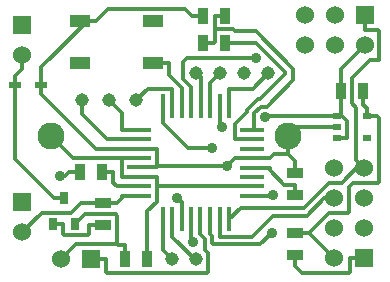
<source format=gtl>
G04 (created by PCBNEW (2011-nov-30)-testing) date Sun 23 Sep 2012 15:15:45 EDT*
%MOIN*%
G04 Gerber Fmt 3.4, Leading zero omitted, Abs format*
%FSLAX34Y34*%
G01*
G70*
G90*
G04 APERTURE LIST*
%ADD10C,0.006*%
%ADD11R,0.0709X0.0433*%
%ADD12R,0.0787X0.0177*%
%ADD13R,0.0177X0.0787*%
%ADD14R,0.035X0.055*%
%ADD15R,0.055X0.035*%
%ADD16R,0.06X0.06*%
%ADD17C,0.06*%
%ADD18C,0.09*%
%ADD19C,0.045*%
%ADD20R,0.03X0.02*%
%ADD21R,0.0315X0.0394*%
%ADD22R,0.0394X0.0236*%
%ADD23C,0.035*%
%ADD24C,0.012*%
G04 APERTURE END LIST*
G54D10*
G54D11*
X54653Y-38481D03*
X52213Y-37063D03*
X52213Y-38481D03*
X54653Y-37063D03*
G54D12*
X54204Y-42893D03*
X54204Y-42578D03*
X54204Y-42263D03*
X54204Y-41948D03*
X54204Y-41633D03*
X54204Y-41318D03*
X54204Y-41003D03*
X54204Y-40688D03*
X57970Y-40690D03*
X57970Y-42900D03*
X57970Y-42580D03*
X57970Y-42260D03*
X57970Y-41950D03*
X57970Y-41630D03*
X57970Y-41320D03*
X57970Y-41000D03*
G54D13*
X54988Y-39900D03*
X55302Y-39900D03*
X55618Y-39900D03*
X55932Y-39900D03*
X56248Y-39900D03*
X56562Y-39900D03*
X56878Y-39900D03*
X57192Y-39900D03*
X54990Y-43680D03*
X55300Y-43680D03*
X55620Y-43680D03*
X55930Y-43680D03*
X56240Y-43680D03*
X56560Y-43680D03*
X56880Y-43680D03*
X57200Y-43680D03*
G54D14*
X52225Y-42100D03*
X52975Y-42100D03*
X56325Y-37800D03*
X57075Y-37800D03*
G54D15*
X59400Y-42875D03*
X59400Y-42125D03*
G54D16*
X61709Y-44980D03*
G54D17*
X60709Y-44980D03*
X61709Y-43980D03*
X60709Y-43980D03*
X61709Y-42980D03*
X60709Y-42980D03*
X61709Y-41980D03*
X60709Y-41980D03*
G54D16*
X61717Y-36878D03*
G54D17*
X61717Y-37878D03*
X60717Y-36878D03*
X60717Y-37878D03*
X59717Y-36878D03*
X59717Y-37878D03*
G54D16*
X50300Y-43100D03*
G54D17*
X50300Y-44100D03*
G54D16*
X52600Y-45000D03*
G54D17*
X51600Y-45000D03*
G54D18*
X59150Y-40900D03*
X51276Y-40900D03*
G54D19*
X56100Y-45000D03*
X55300Y-45000D03*
X52300Y-39700D03*
X53200Y-39700D03*
X54100Y-39700D03*
X56100Y-38800D03*
X56900Y-38800D03*
X57700Y-38800D03*
X58500Y-38800D03*
G54D20*
X60800Y-40225D03*
X60800Y-40975D03*
X61800Y-40225D03*
X60800Y-40600D03*
X61800Y-40975D03*
G54D14*
X56325Y-36900D03*
X57075Y-36900D03*
G54D15*
X53000Y-43875D03*
X53000Y-43125D03*
X59400Y-44125D03*
X59400Y-44875D03*
G54D14*
X54475Y-45000D03*
X53725Y-45000D03*
G54D16*
X50300Y-37200D03*
G54D17*
X50300Y-38200D03*
G54D21*
X51700Y-42967D03*
X52075Y-43833D03*
X51325Y-43833D03*
G54D22*
X50067Y-39200D03*
X50933Y-39200D03*
G54D14*
X60925Y-39400D03*
X61675Y-39400D03*
G54D23*
X51573Y-42248D03*
X55458Y-42980D03*
X58396Y-40279D03*
X55978Y-44424D03*
X56625Y-41310D03*
X58088Y-38299D03*
X58664Y-42881D03*
X58612Y-44126D03*
X57117Y-41905D03*
X56947Y-40597D03*
G54D24*
X51719Y-42248D02*
X51867Y-42100D01*
X51573Y-42248D02*
X51719Y-42248D01*
X52225Y-42100D02*
X51867Y-42100D01*
X55620Y-43680D02*
X55620Y-43103D01*
X55581Y-43103D02*
X55620Y-43103D01*
X55458Y-42980D02*
X55581Y-43103D01*
X54204Y-42263D02*
X54781Y-42263D01*
X54204Y-42263D02*
X53628Y-42263D01*
X53628Y-41633D02*
X53628Y-42263D01*
X52009Y-41633D02*
X53628Y-41633D01*
X51276Y-40900D02*
X52009Y-41633D01*
X53628Y-41633D02*
X54204Y-41633D01*
X60925Y-38670D02*
X61717Y-37878D01*
X60925Y-39400D02*
X60925Y-38670D01*
X57970Y-42580D02*
X54781Y-42580D01*
X54781Y-43103D02*
X54781Y-42580D01*
X54475Y-43409D02*
X54781Y-43103D01*
X54475Y-45000D02*
X54475Y-43409D01*
X54781Y-42580D02*
X54781Y-42263D01*
X58450Y-40225D02*
X60800Y-40225D01*
X58396Y-40279D02*
X58450Y-40225D01*
X60800Y-40225D02*
X60967Y-40225D01*
X60925Y-40183D02*
X60925Y-39400D01*
X60967Y-40225D02*
X60925Y-40183D01*
X61133Y-40391D02*
X60967Y-40225D01*
X61133Y-40975D02*
X61133Y-40391D01*
X60800Y-40975D02*
X61133Y-40975D01*
X55930Y-44376D02*
X55930Y-43680D01*
X55978Y-44424D02*
X55930Y-44376D01*
X54988Y-39900D02*
X54988Y-40476D01*
X55822Y-41310D02*
X56625Y-41310D01*
X54988Y-40476D02*
X55822Y-41310D01*
X61717Y-36878D02*
X61717Y-37361D01*
X61437Y-41708D02*
X61569Y-41840D01*
X61437Y-39965D02*
X61437Y-41708D01*
X61284Y-39812D02*
X61437Y-39965D01*
X61284Y-38981D02*
X61284Y-39812D01*
X61903Y-38362D02*
X61284Y-38981D01*
X62182Y-38362D02*
X61903Y-38362D01*
X62200Y-38344D02*
X62182Y-38362D01*
X62200Y-37395D02*
X62200Y-38344D01*
X62166Y-37361D02*
X62200Y-37395D01*
X61717Y-37361D02*
X62166Y-37361D01*
X61569Y-41840D02*
X61709Y-41980D01*
X57581Y-43299D02*
X57200Y-43680D01*
X59685Y-43299D02*
X57581Y-43299D01*
X60520Y-42464D02*
X59685Y-43299D01*
X60945Y-42464D02*
X60520Y-42464D01*
X61569Y-41840D02*
X60945Y-42464D01*
X56880Y-43680D02*
X56880Y-44256D01*
X60374Y-42980D02*
X60709Y-42980D01*
X59797Y-43557D02*
X60374Y-42980D01*
X58658Y-43557D02*
X59797Y-43557D01*
X57959Y-44256D02*
X58658Y-43557D01*
X56880Y-44256D02*
X57959Y-44256D01*
X55791Y-38299D02*
X58088Y-38299D01*
X55665Y-38425D02*
X55791Y-38299D01*
X55665Y-38997D02*
X55665Y-38425D01*
X55932Y-39264D02*
X55665Y-38997D01*
X55932Y-39900D02*
X55932Y-39264D01*
X58566Y-42881D02*
X58547Y-42900D01*
X58664Y-42881D02*
X58566Y-42881D01*
X57970Y-42900D02*
X58547Y-42900D01*
X56560Y-44154D02*
X56560Y-43680D01*
X56636Y-44230D02*
X56560Y-44154D01*
X56636Y-44479D02*
X56636Y-44230D01*
X56670Y-44513D02*
X56636Y-44479D01*
X58225Y-44513D02*
X56670Y-44513D01*
X58612Y-44126D02*
X58225Y-44513D01*
X61675Y-39400D02*
X61675Y-39858D01*
X61800Y-39983D02*
X61675Y-39858D01*
X61800Y-40225D02*
X61800Y-39983D01*
X60519Y-43464D02*
X59858Y-44125D01*
X61175Y-43464D02*
X60519Y-43464D01*
X61193Y-43446D02*
X61175Y-43464D01*
X61193Y-42597D02*
X61193Y-43446D01*
X61310Y-42480D02*
X61193Y-42597D01*
X62166Y-42480D02*
X61310Y-42480D01*
X62200Y-42446D02*
X62166Y-42480D01*
X62200Y-40292D02*
X62200Y-42446D01*
X62133Y-40225D02*
X62200Y-40292D01*
X61800Y-40225D02*
X62133Y-40225D01*
X59857Y-44128D02*
X59857Y-44125D01*
X60709Y-44980D02*
X59857Y-44128D01*
X59400Y-44125D02*
X59857Y-44125D01*
X59857Y-44125D02*
X59858Y-44125D01*
X55731Y-36664D02*
X55967Y-36900D01*
X53149Y-36664D02*
X55731Y-36664D01*
X52750Y-37063D02*
X53149Y-36664D01*
X56325Y-36900D02*
X55967Y-36900D01*
X52084Y-44516D02*
X53459Y-44516D01*
X51600Y-45000D02*
X52084Y-44516D01*
X53485Y-44542D02*
X53725Y-44542D01*
X53459Y-44516D02*
X53485Y-44542D01*
X53725Y-45000D02*
X53725Y-44542D01*
X61709Y-44980D02*
X61226Y-44980D01*
X53459Y-43550D02*
X53459Y-44516D01*
X53425Y-43516D02*
X53459Y-43550D01*
X52392Y-43516D02*
X53425Y-43516D01*
X52075Y-43833D02*
X52392Y-43516D01*
X59630Y-45463D02*
X59400Y-45233D01*
X61192Y-45463D02*
X59630Y-45463D01*
X61226Y-45429D02*
X61192Y-45463D01*
X61226Y-44980D02*
X61226Y-45429D01*
X50933Y-39200D02*
X50933Y-39501D01*
X59400Y-42125D02*
X59400Y-41767D01*
X59150Y-41498D02*
X59150Y-40900D01*
X58679Y-41498D02*
X59150Y-41498D01*
X58547Y-41630D02*
X58679Y-41498D01*
X59400Y-41748D02*
X59400Y-41767D01*
X59150Y-41498D02*
X59400Y-41748D01*
X52213Y-37063D02*
X52482Y-37063D01*
X52482Y-37063D02*
X52750Y-37063D01*
X50934Y-38899D02*
X50933Y-38899D01*
X50934Y-38611D02*
X50934Y-38899D01*
X52482Y-37063D02*
X50934Y-38611D01*
X50933Y-39200D02*
X50933Y-38899D01*
X58259Y-41630D02*
X58547Y-41630D01*
X58259Y-41630D02*
X57970Y-41630D01*
X57970Y-41630D02*
X57394Y-41630D01*
X59400Y-44875D02*
X59400Y-45233D01*
X59450Y-40600D02*
X59150Y-40900D01*
X60800Y-40600D02*
X59450Y-40600D01*
X52750Y-41318D02*
X54204Y-41318D01*
X50933Y-39501D02*
X52750Y-41318D01*
X54204Y-41318D02*
X54781Y-41318D01*
X54204Y-41948D02*
X54781Y-41948D01*
X57119Y-41905D02*
X57117Y-41905D01*
X57394Y-41630D02*
X57119Y-41905D01*
X57117Y-41905D02*
X54781Y-41905D01*
X54781Y-41318D02*
X54781Y-41905D01*
X54781Y-41905D02*
X54781Y-41948D01*
X58547Y-42022D02*
X58547Y-41950D01*
X59042Y-42517D02*
X58547Y-42022D01*
X59400Y-42517D02*
X59042Y-42517D01*
X59400Y-42875D02*
X59400Y-42517D01*
X57970Y-41950D02*
X58547Y-41950D01*
X52600Y-45000D02*
X53083Y-45000D01*
X53083Y-45448D02*
X53083Y-45000D01*
X53117Y-45482D02*
X53083Y-45448D01*
X56475Y-45482D02*
X53117Y-45482D01*
X56509Y-45448D02*
X56475Y-45482D01*
X56509Y-44814D02*
X56509Y-45448D01*
X56393Y-44698D02*
X56509Y-44814D01*
X56393Y-44332D02*
X56393Y-44698D01*
X56240Y-44179D02*
X56393Y-44332D01*
X56240Y-43680D02*
X56240Y-44179D01*
X54477Y-39323D02*
X55302Y-39323D01*
X54100Y-39700D02*
X54477Y-39323D01*
X55302Y-39900D02*
X55302Y-39323D01*
X55300Y-43680D02*
X55300Y-44256D01*
X56044Y-45000D02*
X56100Y-45000D01*
X55300Y-44256D02*
X56044Y-45000D01*
X54990Y-44690D02*
X54990Y-43680D01*
X55300Y-45000D02*
X54990Y-44690D01*
X53628Y-42955D02*
X53628Y-42893D01*
X53458Y-43125D02*
X53628Y-42955D01*
X53000Y-43125D02*
X53458Y-43125D01*
X54204Y-42893D02*
X53628Y-42893D01*
X52256Y-43125D02*
X53000Y-43125D01*
X51929Y-43452D02*
X52256Y-43125D01*
X50948Y-43452D02*
X51929Y-43452D01*
X50300Y-44100D02*
X50948Y-43452D01*
X53453Y-42578D02*
X54204Y-42578D01*
X53333Y-42458D02*
X53453Y-42578D01*
X53333Y-42100D02*
X53333Y-42458D01*
X52975Y-42100D02*
X53333Y-42100D01*
X57075Y-36900D02*
X56717Y-36900D01*
X56325Y-37800D02*
X56683Y-37800D01*
X56717Y-36900D02*
X56717Y-37342D01*
X56717Y-37766D02*
X56683Y-37800D01*
X56717Y-37342D02*
X56717Y-37766D01*
X58038Y-40622D02*
X57970Y-40690D01*
X58038Y-40131D02*
X58038Y-40622D01*
X58248Y-39921D02*
X58038Y-40131D01*
X58449Y-39921D02*
X58248Y-39921D01*
X59321Y-39049D02*
X58449Y-39921D01*
X59321Y-38650D02*
X59321Y-39049D01*
X58081Y-37410D02*
X59321Y-38650D01*
X57394Y-37410D02*
X58081Y-37410D01*
X57326Y-37342D02*
X57394Y-37410D01*
X56717Y-37342D02*
X57326Y-37342D01*
X57977Y-39323D02*
X57192Y-39323D01*
X58500Y-38800D02*
X57977Y-39323D01*
X57192Y-39900D02*
X57192Y-39323D01*
X56878Y-40528D02*
X56878Y-39900D01*
X56947Y-40597D02*
X56878Y-40528D01*
X56562Y-39138D02*
X56562Y-39900D01*
X56900Y-38800D02*
X56562Y-39138D01*
X56248Y-38948D02*
X56248Y-39900D01*
X56100Y-38800D02*
X56248Y-38948D01*
X53628Y-40128D02*
X53628Y-40688D01*
X53200Y-39700D02*
X53628Y-40128D01*
X54204Y-40688D02*
X53628Y-40688D01*
X53138Y-41003D02*
X54204Y-41003D01*
X52300Y-40165D02*
X53138Y-41003D01*
X52300Y-39700D02*
X52300Y-40165D01*
X51700Y-42967D02*
X51360Y-42967D01*
X50067Y-41674D02*
X51360Y-42967D01*
X50067Y-39200D02*
X50067Y-41674D01*
X50300Y-38666D02*
X50300Y-38200D01*
X50067Y-38899D02*
X50300Y-38666D01*
X50067Y-39200D02*
X50067Y-38899D01*
X52542Y-44180D02*
X52542Y-43875D01*
X52508Y-44214D02*
X52542Y-44180D01*
X51706Y-44214D02*
X52508Y-44214D01*
X51666Y-44174D02*
X51706Y-44214D01*
X51666Y-43833D02*
X51666Y-44174D01*
X51325Y-43833D02*
X51666Y-43833D01*
X53000Y-43875D02*
X52542Y-43875D01*
X57970Y-41000D02*
X57394Y-41000D01*
X57075Y-37800D02*
X57433Y-37800D01*
X57394Y-40504D02*
X57394Y-41000D01*
X57795Y-40103D02*
X57394Y-40504D01*
X57795Y-40030D02*
X57795Y-40103D01*
X58147Y-39678D02*
X57795Y-40030D01*
X58220Y-39678D02*
X58147Y-39678D01*
X59076Y-38822D02*
X58220Y-39678D01*
X59076Y-38775D02*
X59076Y-38822D01*
X58101Y-37800D02*
X59076Y-38775D01*
X57433Y-37800D02*
X58101Y-37800D01*
X55618Y-39295D02*
X55618Y-39900D01*
X55190Y-38867D02*
X55618Y-39295D01*
X55190Y-38481D02*
X55190Y-38867D01*
X54653Y-38481D02*
X55190Y-38481D01*
M02*

</source>
